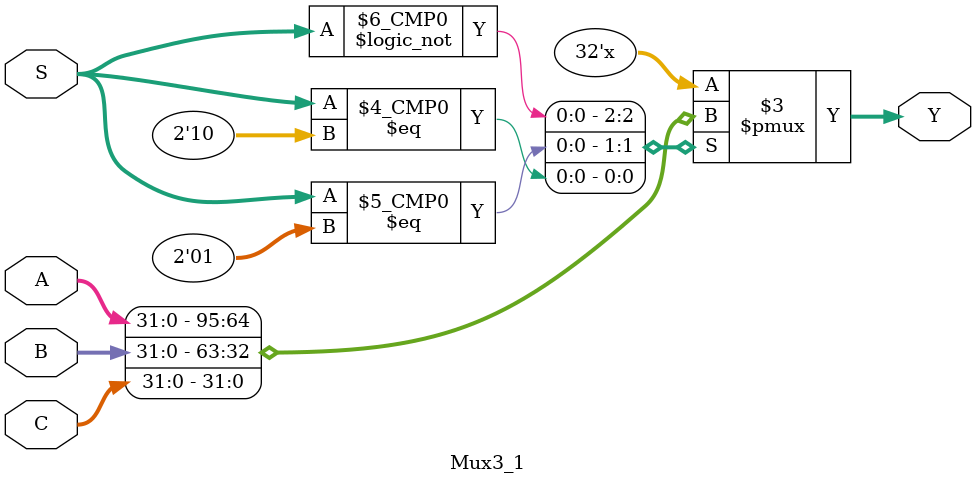
<source format=v>
`timescale 1ns / 1ps

module Mux3_1 #(parameter n=32)(
    input [n-1:0] A,
    input [n-1:0] B,
    input [n-1:0] C,
    //input [n-1:0] D,
    
    input [1:0] S,
    output reg [n-1:0] Y
    );
    
    always@(A,B,C,S)
    begin
    case(S)
    2'b00: Y=A;
    2'b01: Y=B;
    2'b10: Y=C;
    //2'b11: Y=D;
    endcase
    end
    
endmodule
</source>
